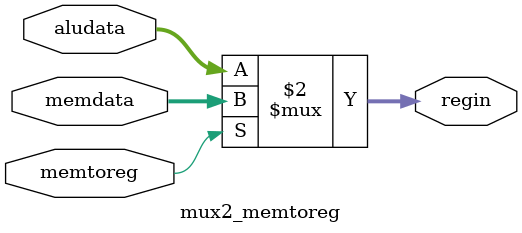
<source format=v>
`timescale 1ns / 1ps


module mux2_memtoreg(
input memtoreg,
input [31:0]memdata,
input [31:0]aludata,
output [31:0]regin
    );
assign regin=(memtoreg!=0)?memdata:aludata;
endmodule

</source>
